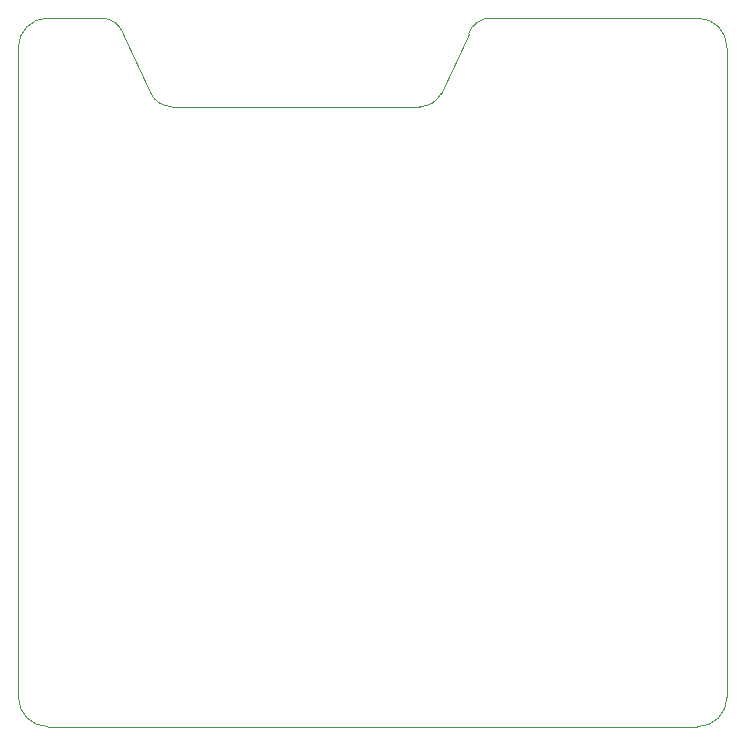
<source format=gm1>
G04 #@! TF.GenerationSoftware,KiCad,Pcbnew,(5.1.2)-1*
G04 #@! TF.CreationDate,2023-06-08T23:34:46+09:00*
G04 #@! TF.ProjectId,projectionball,70726f6a-6563-4746-996f-6e62616c6c2e,v7.3*
G04 #@! TF.SameCoordinates,Original*
G04 #@! TF.FileFunction,Profile,NP*
%FSLAX46Y46*%
G04 Gerber Fmt 4.6, Leading zero omitted, Abs format (unit mm)*
G04 Created by KiCad (PCBNEW (5.1.2)-1) date 2023-06-08 23:34:46*
%MOMM*%
%LPD*%
G04 APERTURE LIST*
%ADD10C,0.100000*%
G04 APERTURE END LIST*
D10*
X150000000Y-82500000D02*
X167500000Y-82500000D01*
X117000000Y-82500000D02*
X112500000Y-82500000D01*
X118885618Y-83833334D02*
X121211146Y-88894427D01*
X118885618Y-83833334D02*
G75*
G03X117000000Y-82500000I-1885618J-666666D01*
G01*
X148114382Y-83833334D02*
X145788854Y-88894427D01*
X148114382Y-83833334D02*
G75*
G02X150000000Y-82500000I1885618J-666666D01*
G01*
X121211146Y-88894427D02*
G75*
G03X123000000Y-90000000I1788854J894427D01*
G01*
X145788854Y-88894427D02*
G75*
G02X144000000Y-90000000I-1788854J894427D01*
G01*
X123000000Y-90000000D02*
X144000000Y-90000000D01*
X110000000Y-85000000D02*
G75*
G02X112500000Y-82500000I2500000J0D01*
G01*
X167500000Y-82500000D02*
G75*
G02X170000000Y-85000000I0J-2500000D01*
G01*
X170000000Y-140000000D02*
G75*
G02X167500000Y-142500000I-2500000J0D01*
G01*
X112500000Y-142500000D02*
G75*
G02X110000000Y-140000000I0J2500000D01*
G01*
X167500000Y-142500000D02*
X112500000Y-142500000D01*
X170000000Y-85000000D02*
X170000000Y-140000000D01*
X110000000Y-85000000D02*
X110000000Y-140000000D01*
M02*

</source>
